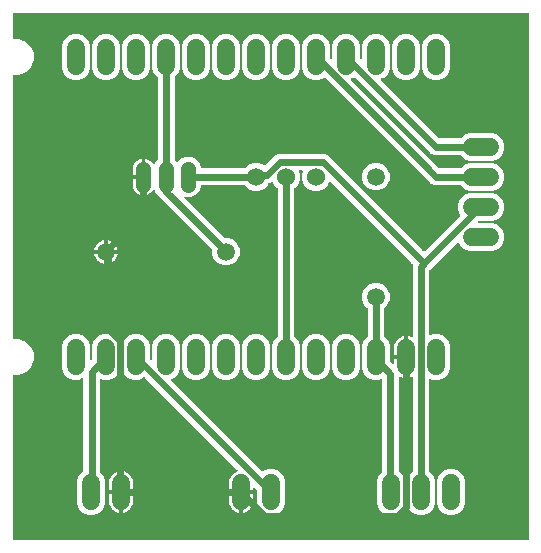
<source format=gbr>
G04 EAGLE Gerber RS-274X export*
G75*
%MOMM*%
%FSLAX34Y34*%
%LPD*%
%INBottom Copper*%
%IPPOS*%
%AMOC8*
5,1,8,0,0,1.08239X$1,22.5*%
G01*
%ADD10C,1.524000*%
%ADD11C,1.524000*%
%ADD12C,1.500000*%
%ADD13C,1.308000*%
%ADD14C,0.600000*%

G36*
X446098Y10164D02*
X446098Y10164D01*
X446117Y10162D01*
X446219Y10184D01*
X446321Y10200D01*
X446338Y10210D01*
X446358Y10214D01*
X446447Y10267D01*
X446538Y10316D01*
X446552Y10330D01*
X446569Y10340D01*
X446636Y10419D01*
X446708Y10494D01*
X446716Y10512D01*
X446729Y10527D01*
X446768Y10623D01*
X446811Y10717D01*
X446813Y10737D01*
X446821Y10755D01*
X446839Y10922D01*
X446839Y455678D01*
X446836Y455698D01*
X446838Y455717D01*
X446816Y455819D01*
X446800Y455921D01*
X446790Y455938D01*
X446786Y455958D01*
X446733Y456047D01*
X446684Y456138D01*
X446670Y456152D01*
X446660Y456169D01*
X446581Y456236D01*
X446506Y456308D01*
X446488Y456316D01*
X446473Y456329D01*
X446377Y456368D01*
X446283Y456411D01*
X446263Y456413D01*
X446245Y456421D01*
X446078Y456439D01*
X10922Y456439D01*
X10902Y456436D01*
X10883Y456438D01*
X10781Y456416D01*
X10679Y456400D01*
X10662Y456390D01*
X10642Y456386D01*
X10553Y456333D01*
X10462Y456284D01*
X10448Y456270D01*
X10431Y456260D01*
X10364Y456181D01*
X10292Y456106D01*
X10284Y456088D01*
X10271Y456073D01*
X10232Y455977D01*
X10189Y455883D01*
X10187Y455863D01*
X10179Y455845D01*
X10161Y455678D01*
X10161Y435022D01*
X10164Y435002D01*
X10162Y434983D01*
X10184Y434881D01*
X10200Y434779D01*
X10210Y434762D01*
X10214Y434742D01*
X10267Y434653D01*
X10316Y434562D01*
X10330Y434548D01*
X10340Y434531D01*
X10419Y434464D01*
X10494Y434392D01*
X10512Y434384D01*
X10527Y434371D01*
X10623Y434332D01*
X10717Y434289D01*
X10737Y434287D01*
X10755Y434279D01*
X10922Y434261D01*
X15716Y434261D01*
X21288Y431953D01*
X25553Y427688D01*
X27861Y422116D01*
X27861Y416084D01*
X25553Y410512D01*
X21288Y406247D01*
X15716Y403939D01*
X10922Y403939D01*
X10902Y403936D01*
X10883Y403938D01*
X10781Y403916D01*
X10679Y403900D01*
X10662Y403890D01*
X10642Y403886D01*
X10553Y403833D01*
X10462Y403784D01*
X10448Y403770D01*
X10431Y403760D01*
X10364Y403681D01*
X10292Y403606D01*
X10284Y403588D01*
X10271Y403573D01*
X10232Y403477D01*
X10189Y403383D01*
X10187Y403363D01*
X10179Y403345D01*
X10161Y403178D01*
X10161Y181022D01*
X10164Y181002D01*
X10162Y180983D01*
X10184Y180881D01*
X10200Y180779D01*
X10210Y180762D01*
X10214Y180742D01*
X10267Y180653D01*
X10316Y180562D01*
X10330Y180548D01*
X10340Y180531D01*
X10419Y180464D01*
X10494Y180392D01*
X10512Y180384D01*
X10527Y180371D01*
X10623Y180332D01*
X10717Y180289D01*
X10737Y180287D01*
X10755Y180279D01*
X10922Y180261D01*
X15716Y180261D01*
X21288Y177953D01*
X25553Y173688D01*
X27861Y168116D01*
X27861Y162084D01*
X25553Y156512D01*
X21288Y152247D01*
X15716Y149939D01*
X10922Y149939D01*
X10902Y149936D01*
X10883Y149938D01*
X10781Y149916D01*
X10679Y149900D01*
X10662Y149890D01*
X10642Y149886D01*
X10553Y149833D01*
X10462Y149784D01*
X10448Y149770D01*
X10431Y149760D01*
X10364Y149681D01*
X10292Y149606D01*
X10284Y149588D01*
X10271Y149573D01*
X10232Y149477D01*
X10189Y149383D01*
X10187Y149363D01*
X10179Y149345D01*
X10161Y149178D01*
X10161Y10922D01*
X10164Y10902D01*
X10162Y10883D01*
X10184Y10781D01*
X10200Y10679D01*
X10210Y10662D01*
X10214Y10642D01*
X10267Y10553D01*
X10316Y10462D01*
X10330Y10448D01*
X10340Y10431D01*
X10419Y10364D01*
X10494Y10292D01*
X10512Y10284D01*
X10527Y10271D01*
X10623Y10232D01*
X10717Y10189D01*
X10737Y10187D01*
X10755Y10179D01*
X10922Y10161D01*
X446078Y10161D01*
X446098Y10164D01*
G37*
%LPC*%
G36*
X353276Y31495D02*
X353276Y31495D01*
X348981Y33274D01*
X345694Y36561D01*
X343915Y40856D01*
X343915Y60744D01*
X345694Y65039D01*
X348312Y67657D01*
X348365Y67731D01*
X348425Y67800D01*
X348437Y67831D01*
X348456Y67857D01*
X348483Y67944D01*
X348517Y68029D01*
X348521Y68070D01*
X348528Y68092D01*
X348527Y68124D01*
X348535Y68195D01*
X348535Y147705D01*
X348523Y147780D01*
X348520Y147856D01*
X348503Y147901D01*
X348496Y147948D01*
X348460Y148015D01*
X348433Y148086D01*
X348403Y148123D01*
X348380Y148166D01*
X348326Y148218D01*
X348278Y148276D01*
X348237Y148302D01*
X348202Y148335D01*
X348133Y148367D01*
X348069Y148407D01*
X348023Y148418D01*
X347979Y148439D01*
X347904Y148447D01*
X347830Y148465D01*
X347782Y148460D01*
X347735Y148466D01*
X347661Y148450D01*
X347585Y148443D01*
X347525Y148420D01*
X347494Y148413D01*
X347472Y148400D01*
X347428Y148384D01*
X346800Y148064D01*
X345279Y147569D01*
X344423Y147434D01*
X344423Y164338D01*
X344420Y164358D01*
X344422Y164377D01*
X344400Y164479D01*
X344383Y164581D01*
X344374Y164598D01*
X344370Y164618D01*
X344317Y164707D01*
X344268Y164798D01*
X344254Y164812D01*
X344244Y164829D01*
X344165Y164896D01*
X344090Y164967D01*
X344072Y164976D01*
X344057Y164989D01*
X343961Y165027D01*
X343867Y165071D01*
X343847Y165073D01*
X343829Y165081D01*
X343662Y165099D01*
X342899Y165099D01*
X342899Y165101D01*
X343662Y165101D01*
X343682Y165104D01*
X343701Y165102D01*
X343803Y165124D01*
X343905Y165141D01*
X343922Y165150D01*
X343942Y165154D01*
X344031Y165207D01*
X344122Y165256D01*
X344136Y165270D01*
X344153Y165280D01*
X344220Y165359D01*
X344291Y165434D01*
X344300Y165452D01*
X344313Y165467D01*
X344352Y165563D01*
X344395Y165657D01*
X344397Y165677D01*
X344405Y165695D01*
X344423Y165862D01*
X344423Y182766D01*
X345279Y182631D01*
X346800Y182136D01*
X347428Y181816D01*
X347500Y181793D01*
X347569Y181761D01*
X347617Y181756D01*
X347663Y181742D01*
X347738Y181743D01*
X347813Y181734D01*
X347861Y181745D01*
X347909Y181745D01*
X347980Y181771D01*
X348054Y181787D01*
X348095Y181811D01*
X348141Y181827D01*
X348200Y181874D01*
X348265Y181913D01*
X348296Y181949D01*
X348334Y181979D01*
X348376Y182042D01*
X348425Y182100D01*
X348443Y182144D01*
X348469Y182185D01*
X348489Y182258D01*
X348517Y182328D01*
X348524Y182393D01*
X348532Y182422D01*
X348530Y182448D01*
X348535Y182495D01*
X348535Y242959D01*
X348634Y243198D01*
X348661Y243311D01*
X348689Y243425D01*
X348689Y243432D01*
X348690Y243438D01*
X348679Y243554D01*
X348670Y243670D01*
X348668Y243676D01*
X348667Y243682D01*
X348619Y243790D01*
X348574Y243897D01*
X348569Y243903D01*
X348567Y243907D01*
X348554Y243921D01*
X348469Y244028D01*
X278879Y313618D01*
X278842Y313645D01*
X278811Y313679D01*
X278742Y313716D01*
X278679Y313762D01*
X278635Y313775D01*
X278595Y313797D01*
X278518Y313811D01*
X278444Y313834D01*
X278398Y313833D01*
X278353Y313841D01*
X278276Y313830D01*
X278198Y313828D01*
X278155Y313812D01*
X278110Y313805D01*
X278040Y313770D01*
X277967Y313743D01*
X277931Y313715D01*
X277890Y313694D01*
X277836Y313638D01*
X277775Y313590D01*
X277750Y313551D01*
X277718Y313518D01*
X277652Y313398D01*
X277642Y313383D01*
X277641Y313378D01*
X277637Y313371D01*
X276606Y310881D01*
X273319Y307594D01*
X269024Y305815D01*
X264376Y305815D01*
X260081Y307594D01*
X256794Y310881D01*
X255015Y315176D01*
X255015Y319824D01*
X255846Y321829D01*
X255856Y321873D01*
X255875Y321915D01*
X255884Y321992D01*
X255902Y322068D01*
X255897Y322114D01*
X255902Y322159D01*
X255886Y322236D01*
X255879Y322313D01*
X255860Y322355D01*
X255850Y322400D01*
X255810Y322467D01*
X255779Y322538D01*
X255748Y322572D01*
X255724Y322611D01*
X255665Y322662D01*
X255612Y322719D01*
X255572Y322741D01*
X255537Y322771D01*
X255465Y322800D01*
X255397Y322837D01*
X255352Y322846D01*
X255309Y322863D01*
X255173Y322878D01*
X255155Y322881D01*
X255150Y322880D01*
X255142Y322881D01*
X252858Y322881D01*
X252812Y322874D01*
X252767Y322876D01*
X252692Y322854D01*
X252615Y322842D01*
X252574Y322820D01*
X252530Y322807D01*
X252466Y322763D01*
X252398Y322726D01*
X252366Y322693D01*
X252328Y322667D01*
X252282Y322605D01*
X252228Y322548D01*
X252209Y322506D01*
X252182Y322470D01*
X252157Y322396D01*
X252125Y322325D01*
X252120Y322279D01*
X252105Y322236D01*
X252106Y322158D01*
X252098Y322081D01*
X252107Y322036D01*
X252108Y321990D01*
X252146Y321858D01*
X252150Y321840D01*
X252152Y321836D01*
X252154Y321829D01*
X252985Y319824D01*
X252985Y315176D01*
X251206Y310881D01*
X248588Y308263D01*
X248535Y308189D01*
X248475Y308120D01*
X248463Y308090D01*
X248444Y308063D01*
X248417Y307976D01*
X248383Y307891D01*
X248379Y307851D01*
X248372Y307828D01*
X248373Y307796D01*
X248365Y307725D01*
X248365Y182495D01*
X248379Y182405D01*
X248387Y182314D01*
X248399Y182285D01*
X248404Y182253D01*
X248447Y182172D01*
X248483Y182088D01*
X248509Y182056D01*
X248520Y182035D01*
X248543Y182013D01*
X248588Y181957D01*
X251206Y179339D01*
X252985Y175044D01*
X252985Y155156D01*
X251206Y150861D01*
X247919Y147574D01*
X243624Y145795D01*
X238976Y145795D01*
X234681Y147574D01*
X231394Y150861D01*
X229615Y155156D01*
X229615Y175044D01*
X231394Y179339D01*
X234012Y181957D01*
X234065Y182031D01*
X234125Y182100D01*
X234137Y182131D01*
X234156Y182157D01*
X234183Y182244D01*
X234217Y182329D01*
X234221Y182370D01*
X234228Y182392D01*
X234227Y182424D01*
X234235Y182495D01*
X234235Y307725D01*
X234221Y307815D01*
X234213Y307906D01*
X234201Y307936D01*
X234196Y307967D01*
X234153Y308048D01*
X234117Y308132D01*
X234091Y308164D01*
X234080Y308185D01*
X234057Y308207D01*
X234012Y308263D01*
X231394Y310881D01*
X230512Y313012D01*
X230487Y313051D01*
X230472Y313094D01*
X230423Y313155D01*
X230382Y313221D01*
X230347Y313250D01*
X230318Y313286D01*
X230253Y313328D01*
X230192Y313378D01*
X230150Y313394D01*
X230111Y313419D01*
X230035Y313438D01*
X229963Y313466D01*
X229917Y313468D01*
X229872Y313479D01*
X229795Y313473D01*
X229717Y313476D01*
X229673Y313464D01*
X229627Y313460D01*
X229556Y313430D01*
X229481Y313408D01*
X229443Y313382D01*
X229401Y313364D01*
X229315Y313295D01*
X226577Y312161D01*
X226500Y312113D01*
X226418Y312072D01*
X226396Y312049D01*
X226368Y312031D01*
X226310Y311961D01*
X226246Y311896D01*
X226226Y311860D01*
X226211Y311842D01*
X226200Y311812D01*
X226165Y311749D01*
X225806Y310881D01*
X222519Y307594D01*
X218224Y305815D01*
X213576Y305815D01*
X209281Y307594D01*
X206409Y310466D01*
X206335Y310519D01*
X206266Y310579D01*
X206236Y310591D01*
X206209Y310610D01*
X206122Y310637D01*
X206037Y310671D01*
X205997Y310675D01*
X205974Y310682D01*
X205942Y310681D01*
X205871Y310689D01*
X170116Y310689D01*
X170096Y310686D01*
X170077Y310688D01*
X169975Y310666D01*
X169873Y310650D01*
X169856Y310640D01*
X169836Y310636D01*
X169747Y310583D01*
X169656Y310534D01*
X169642Y310520D01*
X169625Y310510D01*
X169558Y310431D01*
X169486Y310356D01*
X169478Y310338D01*
X169465Y310323D01*
X169426Y310227D01*
X169383Y310133D01*
X169381Y310113D01*
X169373Y310095D01*
X169355Y309928D01*
X169355Y308851D01*
X167740Y304953D01*
X164757Y301970D01*
X160859Y300355D01*
X156641Y300355D01*
X156334Y300482D01*
X156239Y300505D01*
X156146Y300533D01*
X156120Y300532D01*
X156094Y300538D01*
X155998Y300529D01*
X155900Y300527D01*
X155876Y300518D01*
X155850Y300515D01*
X155761Y300476D01*
X155669Y300442D01*
X155649Y300426D01*
X155625Y300415D01*
X155553Y300350D01*
X155477Y300289D01*
X155463Y300267D01*
X155444Y300249D01*
X155397Y300164D01*
X155344Y300082D01*
X155338Y300056D01*
X155325Y300033D01*
X155308Y299937D01*
X155284Y299843D01*
X155286Y299817D01*
X155281Y299791D01*
X155296Y299695D01*
X155303Y299598D01*
X155313Y299574D01*
X155317Y299548D01*
X155361Y299461D01*
X155400Y299372D01*
X155420Y299346D01*
X155429Y299329D01*
X155452Y299306D01*
X155504Y299241D01*
X188957Y265788D01*
X189031Y265735D01*
X189101Y265675D01*
X189131Y265663D01*
X189157Y265644D01*
X189244Y265617D01*
X189329Y265583D01*
X189370Y265579D01*
X189392Y265572D01*
X189424Y265573D01*
X189496Y265565D01*
X192800Y265565D01*
X197051Y263804D01*
X200304Y260551D01*
X202065Y256300D01*
X202065Y251700D01*
X200304Y247449D01*
X197051Y244196D01*
X192800Y242435D01*
X188200Y242435D01*
X183949Y244196D01*
X180696Y247449D01*
X178935Y251700D01*
X178935Y255512D01*
X178921Y255602D01*
X178913Y255693D01*
X178901Y255723D01*
X178896Y255755D01*
X178853Y255836D01*
X178817Y255920D01*
X178791Y255952D01*
X178780Y255973D01*
X178757Y255995D01*
X178712Y256051D01*
X133965Y300798D01*
X133387Y302194D01*
X133352Y302250D01*
X133326Y302310D01*
X133275Y302375D01*
X133257Y302403D01*
X133242Y302416D01*
X133222Y302441D01*
X130710Y304953D01*
X130048Y306549D01*
X129985Y306652D01*
X129923Y306754D01*
X129921Y306756D01*
X129919Y306759D01*
X129825Y306836D01*
X129735Y306912D01*
X129732Y306913D01*
X129729Y306915D01*
X129617Y306959D01*
X129506Y307002D01*
X129503Y307002D01*
X129500Y307004D01*
X129380Y307009D01*
X129260Y307015D01*
X129257Y307014D01*
X129254Y307014D01*
X129140Y306981D01*
X129023Y306948D01*
X129021Y306946D01*
X129018Y306945D01*
X128920Y306877D01*
X128820Y306809D01*
X128818Y306807D01*
X128816Y306805D01*
X128809Y306796D01*
X128712Y306681D01*
X127703Y305171D01*
X126439Y303907D01*
X124951Y302913D01*
X123299Y302228D01*
X122173Y302004D01*
X122173Y316738D01*
X122170Y316758D01*
X122172Y316777D01*
X122150Y316879D01*
X122133Y316981D01*
X122124Y316998D01*
X122120Y317018D01*
X122067Y317107D01*
X122018Y317198D01*
X122004Y317212D01*
X121994Y317229D01*
X121915Y317296D01*
X121840Y317367D01*
X121822Y317376D01*
X121807Y317389D01*
X121711Y317427D01*
X121617Y317471D01*
X121597Y317473D01*
X121579Y317481D01*
X121412Y317499D01*
X120649Y317499D01*
X120649Y317501D01*
X121412Y317501D01*
X121432Y317504D01*
X121451Y317502D01*
X121553Y317524D01*
X121655Y317541D01*
X121672Y317550D01*
X121692Y317554D01*
X121781Y317607D01*
X121872Y317656D01*
X121886Y317670D01*
X121903Y317680D01*
X121970Y317759D01*
X122041Y317834D01*
X122050Y317852D01*
X122063Y317867D01*
X122102Y317963D01*
X122145Y318057D01*
X122147Y318077D01*
X122155Y318095D01*
X122173Y318262D01*
X122173Y332996D01*
X123299Y332772D01*
X124951Y332087D01*
X126439Y331093D01*
X127703Y329829D01*
X128712Y328319D01*
X128795Y328230D01*
X128875Y328143D01*
X128878Y328141D01*
X128880Y328139D01*
X128986Y328082D01*
X129091Y328024D01*
X129094Y328024D01*
X129097Y328022D01*
X129213Y328002D01*
X129333Y327981D01*
X129336Y327981D01*
X129339Y327981D01*
X129456Y327999D01*
X129576Y328016D01*
X129579Y328018D01*
X129582Y328018D01*
X129688Y328073D01*
X129795Y328128D01*
X129798Y328130D01*
X129800Y328132D01*
X129882Y328217D01*
X129968Y328304D01*
X129969Y328307D01*
X129971Y328309D01*
X129976Y328318D01*
X130048Y328451D01*
X130710Y330047D01*
X132666Y332004D01*
X132719Y332078D01*
X132779Y332147D01*
X132791Y332177D01*
X132810Y332203D01*
X132837Y332290D01*
X132871Y332375D01*
X132875Y332416D01*
X132882Y332438D01*
X132881Y332471D01*
X132889Y332542D01*
X132889Y401451D01*
X132887Y401467D01*
X132888Y401483D01*
X132874Y401549D01*
X132867Y401632D01*
X132855Y401661D01*
X132850Y401693D01*
X132837Y401716D01*
X132836Y401723D01*
X132817Y401754D01*
X132807Y401774D01*
X132771Y401858D01*
X132745Y401890D01*
X132734Y401911D01*
X132711Y401933D01*
X132666Y401989D01*
X129794Y404861D01*
X128015Y409156D01*
X128015Y429044D01*
X129794Y433339D01*
X133081Y436626D01*
X137376Y438405D01*
X142024Y438405D01*
X146319Y436626D01*
X149606Y433339D01*
X151385Y429044D01*
X151385Y409156D01*
X149606Y404861D01*
X147242Y402497D01*
X147189Y402423D01*
X147129Y402354D01*
X147117Y402323D01*
X147098Y402297D01*
X147071Y402210D01*
X147037Y402125D01*
X147033Y402084D01*
X147026Y402062D01*
X147027Y402030D01*
X147019Y401959D01*
X147019Y332034D01*
X147033Y331944D01*
X147041Y331853D01*
X147053Y331823D01*
X147058Y331791D01*
X147101Y331711D01*
X147137Y331627D01*
X147163Y331594D01*
X147174Y331574D01*
X147197Y331552D01*
X147242Y331496D01*
X148687Y330051D01*
X148703Y330039D01*
X148715Y330023D01*
X148803Y329967D01*
X148886Y329907D01*
X148905Y329901D01*
X148922Y329890D01*
X149023Y329865D01*
X149122Y329835D01*
X149141Y329835D01*
X149161Y329830D01*
X149264Y329838D01*
X149367Y329841D01*
X149386Y329848D01*
X149406Y329850D01*
X149501Y329890D01*
X149598Y329926D01*
X149614Y329938D01*
X149632Y329946D01*
X149763Y330051D01*
X152743Y333030D01*
X156641Y334645D01*
X160859Y334645D01*
X164757Y333030D01*
X167740Y330047D01*
X169355Y326149D01*
X169355Y325580D01*
X169358Y325560D01*
X169356Y325541D01*
X169378Y325439D01*
X169394Y325337D01*
X169404Y325320D01*
X169408Y325300D01*
X169461Y325211D01*
X169510Y325120D01*
X169524Y325106D01*
X169534Y325089D01*
X169613Y325022D01*
X169688Y324950D01*
X169706Y324942D01*
X169721Y324929D01*
X169817Y324890D01*
X169911Y324847D01*
X169931Y324845D01*
X169949Y324837D01*
X170116Y324819D01*
X206379Y324819D01*
X206469Y324833D01*
X206560Y324841D01*
X206590Y324853D01*
X206621Y324858D01*
X206702Y324901D01*
X206786Y324937D01*
X206818Y324963D01*
X206839Y324974D01*
X206861Y324997D01*
X206917Y325042D01*
X209281Y327406D01*
X213576Y329185D01*
X218224Y329185D01*
X222593Y327375D01*
X222638Y327343D01*
X222657Y327337D01*
X222674Y327326D01*
X222774Y327301D01*
X222873Y327270D01*
X222893Y327271D01*
X222913Y327266D01*
X223015Y327274D01*
X223119Y327277D01*
X223138Y327283D01*
X223158Y327285D01*
X223253Y327325D01*
X223350Y327361D01*
X223366Y327373D01*
X223384Y327381D01*
X223515Y327486D01*
X229870Y333841D01*
X231964Y335935D01*
X234561Y337011D01*
X273947Y337011D01*
X276544Y335935D01*
X357729Y254750D01*
X357745Y254739D01*
X357757Y254723D01*
X357845Y254667D01*
X357928Y254607D01*
X357947Y254601D01*
X357964Y254590D01*
X358065Y254565D01*
X358164Y254534D01*
X358183Y254535D01*
X358203Y254530D01*
X358306Y254538D01*
X358409Y254541D01*
X358428Y254548D01*
X358448Y254549D01*
X358543Y254590D01*
X358640Y254625D01*
X358656Y254638D01*
X358674Y254646D01*
X358805Y254750D01*
X388708Y284653D01*
X388776Y284747D01*
X388846Y284842D01*
X388848Y284848D01*
X388852Y284853D01*
X388886Y284964D01*
X388922Y285076D01*
X388922Y285082D01*
X388924Y285088D01*
X388921Y285205D01*
X388920Y285322D01*
X388918Y285329D01*
X388918Y285334D01*
X388911Y285352D01*
X388873Y285483D01*
X387095Y289776D01*
X387095Y294424D01*
X388874Y298719D01*
X392161Y302006D01*
X396456Y303785D01*
X416344Y303785D01*
X420639Y302006D01*
X423926Y298719D01*
X425705Y294424D01*
X425705Y289776D01*
X423926Y285481D01*
X420639Y282194D01*
X416344Y280415D01*
X404768Y280415D01*
X404678Y280401D01*
X404587Y280393D01*
X404557Y280381D01*
X404525Y280376D01*
X404444Y280333D01*
X404360Y280297D01*
X404328Y280271D01*
X404308Y280260D01*
X404298Y280250D01*
X404297Y280250D01*
X404283Y280235D01*
X404229Y280192D01*
X403721Y279684D01*
X403679Y279626D01*
X403630Y279574D01*
X403608Y279527D01*
X403578Y279485D01*
X403557Y279416D01*
X403526Y279351D01*
X403521Y279299D01*
X403505Y279249D01*
X403507Y279178D01*
X403499Y279107D01*
X403510Y279056D01*
X403512Y279004D01*
X403536Y278936D01*
X403552Y278866D01*
X403578Y278821D01*
X403596Y278773D01*
X403641Y278717D01*
X403678Y278655D01*
X403717Y278621D01*
X403750Y278581D01*
X403810Y278542D01*
X403865Y278495D01*
X403913Y278476D01*
X403957Y278448D01*
X404026Y278430D01*
X404093Y278403D01*
X404164Y278395D01*
X404195Y278387D01*
X404219Y278389D01*
X404260Y278385D01*
X416344Y278385D01*
X420639Y276606D01*
X423926Y273319D01*
X425705Y269024D01*
X425705Y264376D01*
X423926Y260081D01*
X420639Y256794D01*
X416344Y255015D01*
X396456Y255015D01*
X392161Y256794D01*
X388874Y260081D01*
X387917Y262392D01*
X387893Y262431D01*
X387877Y262474D01*
X387829Y262535D01*
X387788Y262601D01*
X387752Y262630D01*
X387724Y262666D01*
X387658Y262708D01*
X387598Y262757D01*
X387555Y262774D01*
X387517Y262799D01*
X387441Y262818D01*
X387368Y262846D01*
X387323Y262848D01*
X387278Y262859D01*
X387201Y262853D01*
X387123Y262856D01*
X387079Y262843D01*
X387033Y262840D01*
X386961Y262809D01*
X386886Y262787D01*
X386849Y262761D01*
X386807Y262743D01*
X386700Y262658D01*
X386684Y262647D01*
X386681Y262643D01*
X386676Y262639D01*
X362888Y238851D01*
X362835Y238777D01*
X362775Y238707D01*
X362763Y238677D01*
X362744Y238651D01*
X362717Y238564D01*
X362683Y238479D01*
X362679Y238438D01*
X362672Y238416D01*
X362673Y238384D01*
X362665Y238312D01*
X362665Y184173D01*
X362672Y184127D01*
X362670Y184081D01*
X362692Y184007D01*
X362704Y183930D01*
X362726Y183889D01*
X362739Y183845D01*
X362783Y183781D01*
X362820Y183712D01*
X362853Y183681D01*
X362879Y183643D01*
X362942Y183597D01*
X362998Y183543D01*
X363040Y183524D01*
X363076Y183496D01*
X363150Y183472D01*
X363221Y183439D01*
X363267Y183434D01*
X363310Y183420D01*
X363388Y183421D01*
X363465Y183412D01*
X363510Y183422D01*
X363556Y183423D01*
X363688Y183461D01*
X363706Y183465D01*
X363710Y183467D01*
X363717Y183469D01*
X365976Y184405D01*
X370624Y184405D01*
X374919Y182626D01*
X378206Y179339D01*
X379985Y175044D01*
X379985Y155156D01*
X378206Y150861D01*
X374919Y147574D01*
X370624Y145795D01*
X365976Y145795D01*
X363717Y146731D01*
X363673Y146741D01*
X363631Y146761D01*
X363554Y146769D01*
X363478Y146787D01*
X363432Y146783D01*
X363387Y146788D01*
X363310Y146771D01*
X363233Y146764D01*
X363191Y146745D01*
X363146Y146735D01*
X363079Y146695D01*
X363008Y146664D01*
X362974Y146633D01*
X362935Y146609D01*
X362884Y146550D01*
X362827Y146497D01*
X362805Y146457D01*
X362775Y146422D01*
X362746Y146350D01*
X362709Y146282D01*
X362700Y146237D01*
X362683Y146194D01*
X362668Y146058D01*
X362665Y146040D01*
X362666Y146035D01*
X362665Y146027D01*
X362665Y68195D01*
X362679Y68105D01*
X362687Y68014D01*
X362699Y67985D01*
X362704Y67953D01*
X362747Y67872D01*
X362783Y67788D01*
X362809Y67756D01*
X362820Y67735D01*
X362843Y67713D01*
X362888Y67657D01*
X365506Y65039D01*
X367285Y60744D01*
X367285Y40856D01*
X365506Y36561D01*
X362219Y33274D01*
X357924Y31495D01*
X353276Y31495D01*
G37*
%LPD*%
%LPC*%
G36*
X396456Y305815D02*
X396456Y305815D01*
X392161Y307594D01*
X389289Y310466D01*
X389215Y310519D01*
X389146Y310579D01*
X389115Y310591D01*
X389089Y310610D01*
X389002Y310637D01*
X388917Y310671D01*
X388876Y310675D01*
X388854Y310682D01*
X388822Y310681D01*
X388751Y310689D01*
X367149Y310689D01*
X364552Y311765D01*
X274569Y401748D01*
X274553Y401759D01*
X274540Y401775D01*
X274453Y401831D01*
X274369Y401891D01*
X274350Y401897D01*
X274334Y401908D01*
X274233Y401933D01*
X274134Y401964D01*
X274114Y401963D01*
X274095Y401968D01*
X273992Y401960D01*
X273888Y401957D01*
X273870Y401950D01*
X273850Y401949D01*
X273755Y401909D01*
X273657Y401873D01*
X273642Y401860D01*
X273624Y401853D01*
X273493Y401748D01*
X273319Y401574D01*
X269024Y399795D01*
X264376Y399795D01*
X260081Y401574D01*
X256794Y404861D01*
X255015Y409156D01*
X255015Y429044D01*
X256794Y433339D01*
X260081Y436626D01*
X264376Y438405D01*
X269024Y438405D01*
X273319Y436626D01*
X276606Y433339D01*
X278385Y429044D01*
X278385Y418230D01*
X278399Y418140D01*
X278407Y418049D01*
X278419Y418019D01*
X278424Y417987D01*
X278467Y417906D01*
X278503Y417822D01*
X278529Y417790D01*
X278540Y417770D01*
X278563Y417747D01*
X278608Y417691D01*
X279116Y417183D01*
X279174Y417141D01*
X279226Y417092D01*
X279273Y417070D01*
X279315Y417040D01*
X279384Y417019D01*
X279449Y416988D01*
X279501Y416983D01*
X279551Y416967D01*
X279622Y416969D01*
X279693Y416961D01*
X279744Y416972D01*
X279796Y416974D01*
X279864Y416998D01*
X279934Y417014D01*
X279979Y417040D01*
X280027Y417058D01*
X280083Y417103D01*
X280145Y417140D01*
X280179Y417179D01*
X280219Y417212D01*
X280258Y417272D01*
X280305Y417327D01*
X280324Y417375D01*
X280352Y417419D01*
X280370Y417488D01*
X280397Y417555D01*
X280405Y417626D01*
X280413Y417657D01*
X280411Y417681D01*
X280415Y417722D01*
X280415Y429044D01*
X282194Y433339D01*
X285481Y436626D01*
X289776Y438405D01*
X294424Y438405D01*
X298719Y436626D01*
X302006Y433339D01*
X303785Y429044D01*
X303785Y417976D01*
X303799Y417886D01*
X303807Y417795D01*
X303819Y417765D01*
X303824Y417733D01*
X303867Y417652D01*
X303903Y417568D01*
X303929Y417536D01*
X303940Y417515D01*
X303963Y417493D01*
X304008Y417437D01*
X304516Y416929D01*
X304574Y416887D01*
X304626Y416838D01*
X304673Y416816D01*
X304715Y416786D01*
X304784Y416765D01*
X304849Y416734D01*
X304901Y416729D01*
X304951Y416713D01*
X305022Y416715D01*
X305093Y416707D01*
X305144Y416718D01*
X305196Y416720D01*
X305264Y416744D01*
X305334Y416760D01*
X305378Y416786D01*
X305427Y416804D01*
X305483Y416849D01*
X305545Y416886D01*
X305579Y416925D01*
X305619Y416958D01*
X305658Y417018D01*
X305705Y417073D01*
X305724Y417121D01*
X305752Y417165D01*
X305770Y417234D01*
X305797Y417301D01*
X305805Y417372D01*
X305813Y417403D01*
X305811Y417427D01*
X305815Y417468D01*
X305815Y429044D01*
X307594Y433339D01*
X310881Y436626D01*
X315176Y438405D01*
X319824Y438405D01*
X324119Y436626D01*
X327406Y433339D01*
X329185Y429044D01*
X329185Y409156D01*
X327406Y404861D01*
X324119Y401574D01*
X322168Y400766D01*
X322129Y400742D01*
X322086Y400726D01*
X322025Y400677D01*
X321959Y400636D01*
X321929Y400601D01*
X321893Y400572D01*
X321851Y400507D01*
X321802Y400447D01*
X321785Y400404D01*
X321760Y400365D01*
X321741Y400290D01*
X321714Y400217D01*
X321712Y400171D01*
X321700Y400127D01*
X321706Y400049D01*
X321703Y399971D01*
X321716Y399927D01*
X321720Y399882D01*
X321750Y399810D01*
X321772Y399735D01*
X321798Y399698D01*
X321816Y399655D01*
X321901Y399549D01*
X321912Y399533D01*
X321916Y399530D01*
X321921Y399524D01*
X371257Y350188D01*
X371331Y350135D01*
X371401Y350075D01*
X371431Y350063D01*
X371457Y350044D01*
X371544Y350017D01*
X371629Y349983D01*
X371670Y349979D01*
X371692Y349972D01*
X371724Y349973D01*
X371796Y349965D01*
X389005Y349965D01*
X389095Y349979D01*
X389186Y349987D01*
X389215Y349999D01*
X389247Y350004D01*
X389328Y350047D01*
X389412Y350083D01*
X389444Y350109D01*
X389465Y350120D01*
X389487Y350143D01*
X389543Y350188D01*
X392161Y352806D01*
X396456Y354585D01*
X416344Y354585D01*
X420639Y352806D01*
X423926Y349519D01*
X425705Y345224D01*
X425705Y340576D01*
X423926Y336281D01*
X420639Y332994D01*
X416344Y331215D01*
X396456Y331215D01*
X392161Y332994D01*
X389543Y335612D01*
X389469Y335665D01*
X389400Y335725D01*
X389369Y335737D01*
X389343Y335756D01*
X389256Y335783D01*
X389171Y335817D01*
X389130Y335821D01*
X389108Y335828D01*
X389076Y335827D01*
X389005Y335835D01*
X367149Y335835D01*
X364552Y336911D01*
X299842Y401621D01*
X299826Y401632D01*
X299813Y401648D01*
X299726Y401704D01*
X299642Y401764D01*
X299623Y401770D01*
X299607Y401781D01*
X299506Y401806D01*
X299407Y401837D01*
X299387Y401836D01*
X299368Y401841D01*
X299265Y401833D01*
X299161Y401830D01*
X299143Y401824D01*
X299123Y401822D01*
X299028Y401782D01*
X298930Y401746D01*
X298915Y401733D01*
X298896Y401726D01*
X298765Y401621D01*
X298719Y401574D01*
X296947Y400840D01*
X296908Y400816D01*
X296865Y400800D01*
X296804Y400752D01*
X296738Y400711D01*
X296709Y400675D01*
X296673Y400647D01*
X296631Y400581D01*
X296581Y400521D01*
X296565Y400478D01*
X296540Y400440D01*
X296521Y400364D01*
X296493Y400292D01*
X296491Y400246D01*
X296480Y400201D01*
X296486Y400124D01*
X296483Y400046D01*
X296496Y400002D01*
X296499Y399956D01*
X296530Y399885D01*
X296551Y399810D01*
X296578Y399772D01*
X296595Y399730D01*
X296681Y399623D01*
X296692Y399608D01*
X296696Y399605D01*
X296700Y399599D01*
X371257Y325042D01*
X371331Y324989D01*
X371401Y324929D01*
X371431Y324917D01*
X371457Y324898D01*
X371544Y324871D01*
X371629Y324837D01*
X371670Y324833D01*
X371692Y324826D01*
X371724Y324827D01*
X371796Y324819D01*
X389259Y324819D01*
X389349Y324833D01*
X389440Y324841D01*
X389469Y324853D01*
X389501Y324858D01*
X389582Y324901D01*
X389666Y324937D01*
X389698Y324963D01*
X389719Y324974D01*
X389741Y324997D01*
X389797Y325042D01*
X392161Y327406D01*
X396456Y329185D01*
X416344Y329185D01*
X420639Y327406D01*
X423926Y324119D01*
X425705Y319824D01*
X425705Y315176D01*
X423926Y310881D01*
X420639Y307594D01*
X416344Y305815D01*
X396456Y305815D01*
G37*
%LPD*%
%LPC*%
G36*
X226276Y31495D02*
X226276Y31495D01*
X221981Y33274D01*
X218694Y36561D01*
X216915Y40856D01*
X216915Y52178D01*
X216901Y52268D01*
X216893Y52359D01*
X216881Y52389D01*
X216876Y52421D01*
X216833Y52502D01*
X216797Y52586D01*
X216771Y52618D01*
X216760Y52638D01*
X216737Y52661D01*
X216692Y52717D01*
X214660Y54749D01*
X214602Y54791D01*
X214550Y54840D01*
X214503Y54862D01*
X214461Y54892D01*
X214392Y54913D01*
X214327Y54944D01*
X214275Y54949D01*
X214225Y54965D01*
X214154Y54963D01*
X214083Y54971D01*
X214032Y54960D01*
X213980Y54958D01*
X213912Y54934D01*
X213842Y54918D01*
X213797Y54892D01*
X213749Y54874D01*
X213693Y54829D01*
X213631Y54792D01*
X213597Y54753D01*
X213557Y54720D01*
X213518Y54660D01*
X213471Y54605D01*
X213452Y54557D01*
X213424Y54513D01*
X213406Y54444D01*
X213379Y54377D01*
X213371Y54306D01*
X213363Y54275D01*
X213365Y54251D01*
X213361Y54210D01*
X213361Y52323D01*
X203962Y52323D01*
X203942Y52320D01*
X203923Y52322D01*
X203821Y52300D01*
X203719Y52283D01*
X203702Y52274D01*
X203682Y52270D01*
X203593Y52217D01*
X203502Y52168D01*
X203488Y52154D01*
X203471Y52144D01*
X203404Y52065D01*
X203333Y51990D01*
X203324Y51972D01*
X203311Y51957D01*
X203273Y51861D01*
X203229Y51767D01*
X203227Y51747D01*
X203219Y51729D01*
X203201Y51562D01*
X203201Y50799D01*
X203199Y50799D01*
X203199Y51562D01*
X203196Y51582D01*
X203198Y51601D01*
X203176Y51703D01*
X203159Y51805D01*
X203150Y51822D01*
X203146Y51842D01*
X203093Y51931D01*
X203044Y52022D01*
X203030Y52036D01*
X203020Y52053D01*
X202941Y52120D01*
X202866Y52191D01*
X202848Y52200D01*
X202833Y52213D01*
X202737Y52252D01*
X202643Y52295D01*
X202623Y52297D01*
X202605Y52305D01*
X202438Y52323D01*
X193039Y52323D01*
X193039Y59220D01*
X193289Y60799D01*
X193784Y62320D01*
X194510Y63745D01*
X195450Y65039D01*
X196581Y66170D01*
X197875Y67110D01*
X199300Y67836D01*
X199834Y68010D01*
X199901Y68044D01*
X199972Y68070D01*
X200010Y68101D01*
X200052Y68123D01*
X200105Y68177D01*
X200164Y68224D01*
X200190Y68265D01*
X200224Y68299D01*
X200256Y68367D01*
X200297Y68431D01*
X200309Y68478D01*
X200330Y68521D01*
X200339Y68596D01*
X200357Y68670D01*
X200353Y68718D01*
X200359Y68765D01*
X200344Y68840D01*
X200338Y68915D01*
X200319Y68959D01*
X200309Y69006D01*
X200271Y69072D01*
X200242Y69141D01*
X200201Y69192D01*
X200185Y69219D01*
X200166Y69236D01*
X200137Y69272D01*
X121915Y147494D01*
X121899Y147506D01*
X121886Y147521D01*
X121799Y147577D01*
X121715Y147637D01*
X121696Y147643D01*
X121679Y147654D01*
X121579Y147679D01*
X121480Y147710D01*
X121460Y147709D01*
X121441Y147714D01*
X121338Y147706D01*
X121234Y147703D01*
X121215Y147696D01*
X121195Y147695D01*
X121101Y147654D01*
X121003Y147619D01*
X120988Y147606D01*
X120969Y147598D01*
X120960Y147591D01*
X116624Y145795D01*
X111976Y145795D01*
X107681Y147574D01*
X104394Y150861D01*
X102615Y155156D01*
X102615Y175044D01*
X104394Y179339D01*
X107681Y182626D01*
X111976Y184405D01*
X116624Y184405D01*
X120919Y182626D01*
X124206Y179339D01*
X125985Y175044D01*
X125985Y163722D01*
X125999Y163632D01*
X126007Y163541D01*
X126019Y163511D01*
X126024Y163479D01*
X126067Y163398D01*
X126103Y163314D01*
X126129Y163282D01*
X126140Y163262D01*
X126163Y163239D01*
X126208Y163183D01*
X126716Y162675D01*
X126774Y162633D01*
X126826Y162584D01*
X126873Y162562D01*
X126915Y162532D01*
X126984Y162511D01*
X127049Y162480D01*
X127101Y162475D01*
X127151Y162459D01*
X127222Y162461D01*
X127293Y162453D01*
X127344Y162464D01*
X127396Y162466D01*
X127464Y162490D01*
X127534Y162506D01*
X127579Y162532D01*
X127627Y162550D01*
X127683Y162595D01*
X127745Y162632D01*
X127779Y162671D01*
X127819Y162704D01*
X127858Y162764D01*
X127905Y162819D01*
X127924Y162867D01*
X127952Y162911D01*
X127970Y162980D01*
X127997Y163047D01*
X128005Y163118D01*
X128013Y163149D01*
X128011Y163173D01*
X128015Y163214D01*
X128015Y175044D01*
X129794Y179339D01*
X133081Y182626D01*
X137376Y184405D01*
X142024Y184405D01*
X146319Y182626D01*
X149606Y179339D01*
X151385Y175044D01*
X151385Y155156D01*
X149606Y150861D01*
X146319Y147574D01*
X144188Y146692D01*
X144149Y146667D01*
X144106Y146652D01*
X144045Y146603D01*
X143979Y146562D01*
X143950Y146527D01*
X143914Y146498D01*
X143872Y146432D01*
X143822Y146372D01*
X143806Y146330D01*
X143781Y146291D01*
X143762Y146215D01*
X143734Y146143D01*
X143732Y146097D01*
X143721Y146052D01*
X143727Y145975D01*
X143724Y145897D01*
X143736Y145853D01*
X143740Y145807D01*
X143770Y145736D01*
X143792Y145661D01*
X143818Y145623D01*
X143836Y145581D01*
X143922Y145474D01*
X143932Y145459D01*
X143936Y145456D01*
X143941Y145450D01*
X220985Y68406D01*
X221001Y68394D01*
X221014Y68379D01*
X221101Y68323D01*
X221185Y68263D01*
X221204Y68257D01*
X221221Y68246D01*
X221321Y68221D01*
X221420Y68190D01*
X221440Y68191D01*
X221459Y68186D01*
X221562Y68194D01*
X221666Y68197D01*
X221685Y68204D01*
X221705Y68205D01*
X221799Y68246D01*
X221897Y68281D01*
X221912Y68294D01*
X221931Y68302D01*
X221940Y68309D01*
X226276Y70105D01*
X230924Y70105D01*
X235219Y68326D01*
X238506Y65039D01*
X240285Y60744D01*
X240285Y40856D01*
X238506Y36561D01*
X235219Y33274D01*
X230924Y31495D01*
X226276Y31495D01*
G37*
%LPD*%
%LPC*%
G36*
X327876Y31495D02*
X327876Y31495D01*
X323581Y33274D01*
X320294Y36561D01*
X318515Y40856D01*
X318515Y60744D01*
X320294Y65039D01*
X322404Y67149D01*
X322457Y67223D01*
X322517Y67292D01*
X322529Y67323D01*
X322548Y67349D01*
X322575Y67436D01*
X322609Y67521D01*
X322613Y67562D01*
X322620Y67584D01*
X322619Y67616D01*
X322627Y67687D01*
X322627Y145817D01*
X322620Y145862D01*
X322622Y145908D01*
X322600Y145983D01*
X322588Y146060D01*
X322566Y146100D01*
X322553Y146144D01*
X322509Y146208D01*
X322472Y146277D01*
X322439Y146309D01*
X322413Y146346D01*
X322351Y146393D01*
X322294Y146447D01*
X322252Y146466D01*
X322216Y146493D01*
X322142Y146517D01*
X322071Y146550D01*
X322025Y146555D01*
X321982Y146569D01*
X321904Y146569D01*
X321827Y146577D01*
X321782Y146568D01*
X321736Y146567D01*
X321604Y146529D01*
X321586Y146525D01*
X321582Y146522D01*
X321575Y146520D01*
X319824Y145795D01*
X315176Y145795D01*
X310881Y147574D01*
X307594Y150861D01*
X305815Y155156D01*
X305815Y175044D01*
X307594Y179339D01*
X310212Y181957D01*
X310265Y182031D01*
X310325Y182100D01*
X310337Y182131D01*
X310356Y182157D01*
X310383Y182244D01*
X310417Y182329D01*
X310421Y182370D01*
X310428Y182392D01*
X310427Y182424D01*
X310435Y182495D01*
X310435Y206294D01*
X310421Y206385D01*
X310413Y206475D01*
X310401Y206505D01*
X310396Y206537D01*
X310353Y206618D01*
X310317Y206702D01*
X310291Y206734D01*
X310280Y206755D01*
X310257Y206777D01*
X310212Y206833D01*
X307696Y209349D01*
X305935Y213600D01*
X305935Y218200D01*
X307696Y222451D01*
X310949Y225704D01*
X315200Y227465D01*
X319800Y227465D01*
X324051Y225704D01*
X327304Y222451D01*
X329065Y218200D01*
X329065Y213600D01*
X327304Y209349D01*
X324788Y206833D01*
X324735Y206759D01*
X324675Y206689D01*
X324663Y206659D01*
X324644Y206633D01*
X324617Y206546D01*
X324583Y206461D01*
X324579Y206420D01*
X324572Y206398D01*
X324573Y206366D01*
X324565Y206294D01*
X324565Y182495D01*
X324579Y182405D01*
X324587Y182314D01*
X324599Y182285D01*
X324604Y182253D01*
X324647Y182172D01*
X324683Y182088D01*
X324709Y182056D01*
X324720Y182035D01*
X324743Y182013D01*
X324788Y181957D01*
X327406Y179339D01*
X329185Y175044D01*
X329185Y161690D01*
X329199Y161600D01*
X329207Y161509D01*
X329219Y161479D01*
X329224Y161447D01*
X329267Y161366D01*
X329303Y161282D01*
X329329Y161250D01*
X329340Y161230D01*
X329363Y161207D01*
X329408Y161151D01*
X331440Y159119D01*
X331498Y159077D01*
X331550Y159028D01*
X331597Y159006D01*
X331639Y158976D01*
X331708Y158955D01*
X331773Y158924D01*
X331825Y158919D01*
X331875Y158903D01*
X331946Y158905D01*
X332017Y158897D01*
X332068Y158908D01*
X332120Y158910D01*
X332188Y158934D01*
X332258Y158950D01*
X332303Y158976D01*
X332351Y158994D01*
X332407Y159039D01*
X332469Y159076D01*
X332503Y159115D01*
X332543Y159148D01*
X332582Y159208D01*
X332629Y159263D01*
X332648Y159311D01*
X332676Y159355D01*
X332694Y159424D01*
X332721Y159491D01*
X332729Y159562D01*
X332737Y159593D01*
X332735Y159617D01*
X332739Y159658D01*
X332739Y163577D01*
X341377Y163577D01*
X341377Y147434D01*
X340521Y147569D01*
X339000Y148064D01*
X337864Y148643D01*
X337792Y148666D01*
X337723Y148697D01*
X337675Y148703D01*
X337629Y148717D01*
X337554Y148716D01*
X337479Y148724D01*
X337431Y148714D01*
X337383Y148714D01*
X337312Y148688D01*
X337238Y148672D01*
X337197Y148648D01*
X337151Y148631D01*
X337092Y148585D01*
X337027Y148546D01*
X336996Y148509D01*
X336958Y148480D01*
X336916Y148417D01*
X336867Y148359D01*
X336849Y148314D01*
X336823Y148274D01*
X336804Y148201D01*
X336775Y148131D01*
X336768Y148066D01*
X336760Y148036D01*
X336762Y148011D01*
X336757Y147964D01*
X336757Y68703D01*
X336771Y68613D01*
X336779Y68522D01*
X336791Y68493D01*
X336796Y68461D01*
X336839Y68380D01*
X336875Y68296D01*
X336901Y68264D01*
X336912Y68243D01*
X336935Y68221D01*
X336980Y68165D01*
X340106Y65039D01*
X341885Y60744D01*
X341885Y40856D01*
X340106Y36561D01*
X336819Y33274D01*
X332524Y31495D01*
X327876Y31495D01*
G37*
%LPD*%
%LPC*%
G36*
X73876Y31495D02*
X73876Y31495D01*
X69581Y33274D01*
X66294Y36561D01*
X64515Y40856D01*
X64515Y60744D01*
X66294Y65039D01*
X69420Y68165D01*
X69473Y68239D01*
X69533Y68308D01*
X69545Y68339D01*
X69564Y68365D01*
X69591Y68452D01*
X69625Y68537D01*
X69629Y68578D01*
X69636Y68600D01*
X69635Y68632D01*
X69643Y68703D01*
X69643Y146238D01*
X69636Y146283D01*
X69638Y146329D01*
X69616Y146404D01*
X69604Y146481D01*
X69582Y146521D01*
X69569Y146565D01*
X69525Y146629D01*
X69488Y146698D01*
X69455Y146730D01*
X69429Y146767D01*
X69367Y146814D01*
X69310Y146867D01*
X69268Y146887D01*
X69232Y146914D01*
X69158Y146938D01*
X69087Y146971D01*
X69041Y146976D01*
X68998Y146990D01*
X68920Y146990D01*
X68843Y146998D01*
X68798Y146988D01*
X68752Y146988D01*
X68620Y146950D01*
X68602Y146946D01*
X68598Y146943D01*
X68591Y146941D01*
X65824Y145795D01*
X61176Y145795D01*
X56881Y147574D01*
X53594Y150861D01*
X51815Y155156D01*
X51815Y175044D01*
X53594Y179339D01*
X56881Y182626D01*
X61176Y184405D01*
X65824Y184405D01*
X70119Y182626D01*
X73406Y179339D01*
X75185Y175044D01*
X75185Y162706D01*
X75196Y162635D01*
X75198Y162563D01*
X75216Y162514D01*
X75224Y162463D01*
X75258Y162400D01*
X75283Y162332D01*
X75315Y162291D01*
X75340Y162245D01*
X75392Y162196D01*
X75436Y162140D01*
X75480Y162112D01*
X75518Y162076D01*
X75583Y162046D01*
X75643Y162007D01*
X75694Y161994D01*
X75741Y161972D01*
X75812Y161965D01*
X75882Y161947D01*
X75934Y161951D01*
X75985Y161945D01*
X76056Y161961D01*
X76127Y161966D01*
X76175Y161987D01*
X76226Y161998D01*
X76287Y162034D01*
X76353Y162062D01*
X76409Y162107D01*
X76437Y162124D01*
X76452Y162142D01*
X76484Y162167D01*
X76992Y162675D01*
X77041Y162743D01*
X77042Y162744D01*
X77042Y162745D01*
X77046Y162750D01*
X77105Y162819D01*
X77117Y162849D01*
X77136Y162875D01*
X77163Y162962D01*
X77197Y163047D01*
X77201Y163088D01*
X77208Y163110D01*
X77207Y163142D01*
X77215Y163214D01*
X77215Y175044D01*
X78994Y179339D01*
X82281Y182626D01*
X86576Y184405D01*
X91224Y184405D01*
X95519Y182626D01*
X98806Y179339D01*
X100585Y175044D01*
X100585Y155156D01*
X98806Y150861D01*
X95519Y147574D01*
X91224Y145795D01*
X86576Y145795D01*
X84825Y146520D01*
X84781Y146531D01*
X84739Y146550D01*
X84662Y146559D01*
X84586Y146577D01*
X84540Y146572D01*
X84495Y146577D01*
X84418Y146561D01*
X84341Y146553D01*
X84299Y146535D01*
X84254Y146525D01*
X84187Y146485D01*
X84116Y146453D01*
X84082Y146422D01*
X84043Y146399D01*
X83992Y146340D01*
X83935Y146287D01*
X83913Y146247D01*
X83883Y146212D01*
X83854Y146140D01*
X83817Y146072D01*
X83808Y146026D01*
X83791Y145984D01*
X83776Y145848D01*
X83773Y145829D01*
X83774Y145824D01*
X83773Y145817D01*
X83773Y67687D01*
X83787Y67597D01*
X83795Y67506D01*
X83807Y67477D01*
X83812Y67445D01*
X83855Y67364D01*
X83891Y67280D01*
X83917Y67248D01*
X83928Y67227D01*
X83951Y67205D01*
X83996Y67149D01*
X86106Y65039D01*
X87885Y60744D01*
X87885Y40856D01*
X86106Y36561D01*
X82819Y33274D01*
X78524Y31495D01*
X73876Y31495D01*
G37*
%LPD*%
%LPC*%
G36*
X61176Y399795D02*
X61176Y399795D01*
X56881Y401574D01*
X53594Y404861D01*
X51815Y409156D01*
X51815Y429044D01*
X53594Y433339D01*
X56881Y436626D01*
X61176Y438405D01*
X65824Y438405D01*
X70119Y436626D01*
X73406Y433339D01*
X75185Y429044D01*
X75185Y409156D01*
X73406Y404861D01*
X70119Y401574D01*
X65824Y399795D01*
X61176Y399795D01*
G37*
%LPD*%
%LPC*%
G36*
X213576Y399795D02*
X213576Y399795D01*
X209281Y401574D01*
X205994Y404861D01*
X204215Y409156D01*
X204215Y429044D01*
X205994Y433339D01*
X209281Y436626D01*
X213576Y438405D01*
X218224Y438405D01*
X222519Y436626D01*
X225806Y433339D01*
X227585Y429044D01*
X227585Y409156D01*
X225806Y404861D01*
X222519Y401574D01*
X218224Y399795D01*
X213576Y399795D01*
G37*
%LPD*%
%LPC*%
G36*
X162776Y399795D02*
X162776Y399795D01*
X158481Y401574D01*
X155194Y404861D01*
X153415Y409156D01*
X153415Y429044D01*
X155194Y433339D01*
X158481Y436626D01*
X162776Y438405D01*
X167424Y438405D01*
X171719Y436626D01*
X175006Y433339D01*
X176785Y429044D01*
X176785Y409156D01*
X175006Y404861D01*
X171719Y401574D01*
X167424Y399795D01*
X162776Y399795D01*
G37*
%LPD*%
%LPC*%
G36*
X188176Y399795D02*
X188176Y399795D01*
X183881Y401574D01*
X180594Y404861D01*
X178815Y409156D01*
X178815Y429044D01*
X180594Y433339D01*
X183881Y436626D01*
X188176Y438405D01*
X192824Y438405D01*
X197119Y436626D01*
X200406Y433339D01*
X202185Y429044D01*
X202185Y409156D01*
X200406Y404861D01*
X197119Y401574D01*
X192824Y399795D01*
X188176Y399795D01*
G37*
%LPD*%
%LPC*%
G36*
X238976Y399795D02*
X238976Y399795D01*
X234681Y401574D01*
X231394Y404861D01*
X229615Y409156D01*
X229615Y429044D01*
X231394Y433339D01*
X234681Y436626D01*
X238976Y438405D01*
X243624Y438405D01*
X247919Y436626D01*
X251206Y433339D01*
X252985Y429044D01*
X252985Y409156D01*
X251206Y404861D01*
X247919Y401574D01*
X243624Y399795D01*
X238976Y399795D01*
G37*
%LPD*%
%LPC*%
G36*
X111976Y399795D02*
X111976Y399795D01*
X107681Y401574D01*
X104394Y404861D01*
X102615Y409156D01*
X102615Y429044D01*
X104394Y433339D01*
X107681Y436626D01*
X111976Y438405D01*
X116624Y438405D01*
X120919Y436626D01*
X124206Y433339D01*
X125985Y429044D01*
X125985Y409156D01*
X124206Y404861D01*
X120919Y401574D01*
X116624Y399795D01*
X111976Y399795D01*
G37*
%LPD*%
%LPC*%
G36*
X340576Y399795D02*
X340576Y399795D01*
X336281Y401574D01*
X332994Y404861D01*
X331215Y409156D01*
X331215Y429044D01*
X332994Y433339D01*
X336281Y436626D01*
X340576Y438405D01*
X345224Y438405D01*
X349519Y436626D01*
X352806Y433339D01*
X354585Y429044D01*
X354585Y409156D01*
X352806Y404861D01*
X349519Y401574D01*
X345224Y399795D01*
X340576Y399795D01*
G37*
%LPD*%
%LPC*%
G36*
X365976Y399795D02*
X365976Y399795D01*
X361681Y401574D01*
X358394Y404861D01*
X356615Y409156D01*
X356615Y429044D01*
X358394Y433339D01*
X361681Y436626D01*
X365976Y438405D01*
X370624Y438405D01*
X374919Y436626D01*
X378206Y433339D01*
X379985Y429044D01*
X379985Y409156D01*
X378206Y404861D01*
X374919Y401574D01*
X370624Y399795D01*
X365976Y399795D01*
G37*
%LPD*%
%LPC*%
G36*
X86576Y399795D02*
X86576Y399795D01*
X82281Y401574D01*
X78994Y404861D01*
X77215Y409156D01*
X77215Y429044D01*
X78994Y433339D01*
X82281Y436626D01*
X86576Y438405D01*
X91224Y438405D01*
X95519Y436626D01*
X98806Y433339D01*
X100585Y429044D01*
X100585Y409156D01*
X98806Y404861D01*
X95519Y401574D01*
X91224Y399795D01*
X86576Y399795D01*
G37*
%LPD*%
%LPC*%
G36*
X188176Y145795D02*
X188176Y145795D01*
X183881Y147574D01*
X180594Y150861D01*
X178815Y155156D01*
X178815Y175044D01*
X180594Y179339D01*
X183881Y182626D01*
X188176Y184405D01*
X192824Y184405D01*
X197119Y182626D01*
X200406Y179339D01*
X202185Y175044D01*
X202185Y155156D01*
X200406Y150861D01*
X197119Y147574D01*
X192824Y145795D01*
X188176Y145795D01*
G37*
%LPD*%
%LPC*%
G36*
X213576Y145795D02*
X213576Y145795D01*
X209281Y147574D01*
X205994Y150861D01*
X204215Y155156D01*
X204215Y175044D01*
X205994Y179339D01*
X209281Y182626D01*
X213576Y184405D01*
X218224Y184405D01*
X222519Y182626D01*
X225806Y179339D01*
X227585Y175044D01*
X227585Y155156D01*
X225806Y150861D01*
X222519Y147574D01*
X218224Y145795D01*
X213576Y145795D01*
G37*
%LPD*%
%LPC*%
G36*
X264376Y145795D02*
X264376Y145795D01*
X260081Y147574D01*
X256794Y150861D01*
X255015Y155156D01*
X255015Y175044D01*
X256794Y179339D01*
X260081Y182626D01*
X264376Y184405D01*
X269024Y184405D01*
X273319Y182626D01*
X276606Y179339D01*
X278385Y175044D01*
X278385Y155156D01*
X276606Y150861D01*
X273319Y147574D01*
X269024Y145795D01*
X264376Y145795D01*
G37*
%LPD*%
%LPC*%
G36*
X289776Y145795D02*
X289776Y145795D01*
X285481Y147574D01*
X282194Y150861D01*
X280415Y155156D01*
X280415Y175044D01*
X282194Y179339D01*
X285481Y182626D01*
X289776Y184405D01*
X294424Y184405D01*
X298719Y182626D01*
X302006Y179339D01*
X303785Y175044D01*
X303785Y155156D01*
X302006Y150861D01*
X298719Y147574D01*
X294424Y145795D01*
X289776Y145795D01*
G37*
%LPD*%
%LPC*%
G36*
X162776Y145795D02*
X162776Y145795D01*
X158481Y147574D01*
X155194Y150861D01*
X153415Y155156D01*
X153415Y175044D01*
X155194Y179339D01*
X158481Y182626D01*
X162776Y184405D01*
X167424Y184405D01*
X171719Y182626D01*
X175006Y179339D01*
X176785Y175044D01*
X176785Y155156D01*
X175006Y150861D01*
X171719Y147574D01*
X167424Y145795D01*
X162776Y145795D01*
G37*
%LPD*%
%LPC*%
G36*
X378676Y31495D02*
X378676Y31495D01*
X374381Y33274D01*
X371094Y36561D01*
X369315Y40856D01*
X369315Y60744D01*
X371094Y65039D01*
X374381Y68326D01*
X378676Y70105D01*
X383324Y70105D01*
X387619Y68326D01*
X390906Y65039D01*
X392685Y60744D01*
X392685Y40856D01*
X390906Y36561D01*
X387619Y33274D01*
X383324Y31495D01*
X378676Y31495D01*
G37*
%LPD*%
%LPC*%
G36*
X315200Y305935D02*
X315200Y305935D01*
X310949Y307696D01*
X307696Y310949D01*
X305935Y315200D01*
X305935Y319800D01*
X307696Y324051D01*
X310949Y327304D01*
X315200Y329065D01*
X319800Y329065D01*
X324051Y327304D01*
X327304Y324051D01*
X329065Y319800D01*
X329065Y315200D01*
X327304Y310949D01*
X324051Y307696D01*
X319800Y305935D01*
X315200Y305935D01*
G37*
%LPD*%
%LPC*%
G36*
X103123Y52323D02*
X103123Y52323D01*
X103123Y68466D01*
X103979Y68331D01*
X105500Y67836D01*
X106925Y67110D01*
X108219Y66170D01*
X109350Y65039D01*
X110290Y63745D01*
X111016Y62320D01*
X111511Y60799D01*
X111761Y59220D01*
X111761Y52323D01*
X103123Y52323D01*
G37*
%LPD*%
%LPC*%
G36*
X204723Y49277D02*
X204723Y49277D01*
X213361Y49277D01*
X213361Y42380D01*
X213111Y40801D01*
X212616Y39280D01*
X211890Y37855D01*
X210950Y36561D01*
X209819Y35430D01*
X208525Y34490D01*
X207100Y33764D01*
X205579Y33269D01*
X204723Y33134D01*
X204723Y49277D01*
G37*
%LPD*%
%LPC*%
G36*
X103123Y49277D02*
X103123Y49277D01*
X111761Y49277D01*
X111761Y42380D01*
X111511Y40801D01*
X111016Y39280D01*
X110290Y37855D01*
X109350Y36561D01*
X108219Y35430D01*
X106925Y34490D01*
X105500Y33764D01*
X103979Y33269D01*
X103123Y33134D01*
X103123Y49277D01*
G37*
%LPD*%
%LPC*%
G36*
X332739Y166623D02*
X332739Y166623D01*
X332739Y173520D01*
X332989Y175099D01*
X333484Y176620D01*
X334210Y178045D01*
X335150Y179339D01*
X336281Y180470D01*
X337575Y181410D01*
X339000Y182136D01*
X340521Y182631D01*
X341377Y182766D01*
X341377Y166623D01*
X332739Y166623D01*
G37*
%LPD*%
%LPC*%
G36*
X91439Y52323D02*
X91439Y52323D01*
X91439Y59220D01*
X91689Y60799D01*
X92184Y62320D01*
X92910Y63745D01*
X93850Y65039D01*
X94981Y66170D01*
X96275Y67110D01*
X97700Y67836D01*
X99221Y68331D01*
X100077Y68466D01*
X100077Y52323D01*
X91439Y52323D01*
G37*
%LPD*%
%LPC*%
G36*
X200821Y33269D02*
X200821Y33269D01*
X199300Y33764D01*
X197875Y34490D01*
X196581Y35430D01*
X195450Y36561D01*
X194510Y37855D01*
X193784Y39280D01*
X193289Y40801D01*
X193039Y42380D01*
X193039Y49277D01*
X201677Y49277D01*
X201677Y33134D01*
X200821Y33269D01*
G37*
%LPD*%
%LPC*%
G36*
X99221Y33269D02*
X99221Y33269D01*
X97700Y33764D01*
X96275Y34490D01*
X94981Y35430D01*
X93850Y36561D01*
X92910Y37855D01*
X92184Y39280D01*
X91689Y40801D01*
X91439Y42380D01*
X91439Y49277D01*
X100077Y49277D01*
X100077Y33134D01*
X99221Y33269D01*
G37*
%LPD*%
%LPC*%
G36*
X111569Y319023D02*
X111569Y319023D01*
X111569Y324934D01*
X111918Y326689D01*
X112603Y328341D01*
X113597Y329829D01*
X114861Y331093D01*
X116349Y332087D01*
X118001Y332772D01*
X119127Y332996D01*
X119127Y319023D01*
X111569Y319023D01*
G37*
%LPD*%
%LPC*%
G36*
X118001Y302228D02*
X118001Y302228D01*
X116349Y302913D01*
X114861Y303907D01*
X113597Y305171D01*
X112603Y306659D01*
X111918Y308311D01*
X111569Y310066D01*
X111569Y315977D01*
X119127Y315977D01*
X119127Y302004D01*
X118001Y302228D01*
G37*
%LPD*%
%LPC*%
G36*
X90423Y255523D02*
X90423Y255523D01*
X90423Y263925D01*
X91251Y263794D01*
X92754Y263305D01*
X94163Y262588D01*
X95441Y261659D01*
X96559Y260541D01*
X97488Y259263D01*
X98205Y257854D01*
X98694Y256351D01*
X98825Y255523D01*
X90423Y255523D01*
G37*
%LPD*%
%LPC*%
G36*
X90423Y252477D02*
X90423Y252477D01*
X98825Y252477D01*
X98694Y251649D01*
X98205Y250146D01*
X97488Y248737D01*
X96559Y247459D01*
X95441Y246341D01*
X94163Y245412D01*
X92754Y244695D01*
X91251Y244206D01*
X90423Y244075D01*
X90423Y252477D01*
G37*
%LPD*%
%LPC*%
G36*
X78975Y255523D02*
X78975Y255523D01*
X79106Y256351D01*
X79595Y257854D01*
X80312Y259263D01*
X81241Y260541D01*
X82359Y261659D01*
X83637Y262588D01*
X85046Y263305D01*
X86549Y263794D01*
X87377Y263925D01*
X87377Y255523D01*
X78975Y255523D01*
G37*
%LPD*%
%LPC*%
G36*
X86549Y244206D02*
X86549Y244206D01*
X85046Y244695D01*
X83637Y245412D01*
X82359Y246341D01*
X81241Y247459D01*
X80312Y248737D01*
X79595Y250146D01*
X79106Y251649D01*
X78975Y252477D01*
X87377Y252477D01*
X87377Y244075D01*
X86549Y244206D01*
G37*
%LPD*%
%LPC*%
G36*
X101599Y50799D02*
X101599Y50799D01*
X101599Y50801D01*
X101601Y50801D01*
X101601Y50799D01*
X101599Y50799D01*
G37*
%LPD*%
%LPC*%
G36*
X88899Y253999D02*
X88899Y253999D01*
X88899Y254001D01*
X88901Y254001D01*
X88901Y253999D01*
X88899Y253999D01*
G37*
%LPD*%
D10*
X266700Y317500D03*
X241300Y317500D03*
X215900Y317500D03*
D11*
X63500Y172720D02*
X63500Y157480D01*
X88900Y157480D02*
X88900Y172720D01*
X114300Y172720D02*
X114300Y157480D01*
X139700Y157480D02*
X139700Y172720D01*
X165100Y172720D02*
X165100Y157480D01*
X190500Y157480D02*
X190500Y172720D01*
X215900Y172720D02*
X215900Y157480D01*
X241300Y157480D02*
X241300Y172720D01*
X266700Y172720D02*
X266700Y157480D01*
X292100Y157480D02*
X292100Y172720D01*
X317500Y172720D02*
X317500Y157480D01*
X342900Y157480D02*
X342900Y172720D01*
X368300Y172720D02*
X368300Y157480D01*
X63500Y411480D02*
X63500Y426720D01*
X88900Y426720D02*
X88900Y411480D01*
X114300Y411480D02*
X114300Y426720D01*
X139700Y426720D02*
X139700Y411480D01*
X165100Y411480D02*
X165100Y426720D01*
X190500Y426720D02*
X190500Y411480D01*
X215900Y411480D02*
X215900Y426720D01*
X241300Y426720D02*
X241300Y411480D01*
X266700Y411480D02*
X266700Y426720D01*
X292100Y426720D02*
X292100Y411480D01*
X317500Y411480D02*
X317500Y426720D01*
X342900Y426720D02*
X342900Y411480D01*
X368300Y411480D02*
X368300Y426720D01*
D12*
X88900Y254000D03*
X190500Y254000D03*
D13*
X139700Y310960D02*
X139700Y324040D01*
X120650Y324040D02*
X120650Y310960D01*
X158750Y310960D02*
X158750Y324040D01*
D12*
X317500Y317500D03*
X317500Y215900D03*
D11*
X381000Y58420D02*
X381000Y43180D01*
X355600Y43180D02*
X355600Y58420D01*
X330200Y58420D02*
X330200Y43180D01*
X228600Y43180D02*
X228600Y58420D01*
X203200Y58420D02*
X203200Y43180D01*
X101600Y43180D02*
X101600Y58420D01*
X76200Y58420D02*
X76200Y43180D01*
X398780Y292100D02*
X414020Y292100D01*
X414020Y317500D02*
X398780Y317500D01*
X398780Y342900D02*
X414020Y342900D01*
X414020Y266700D02*
X398780Y266700D01*
D14*
X139954Y304800D02*
X139954Y316992D01*
X139954Y304800D02*
X190246Y254508D01*
X139954Y316992D02*
X139700Y317500D01*
X190246Y254508D02*
X190500Y254000D01*
X139954Y320040D02*
X139954Y419100D01*
X139700Y419100D01*
X139954Y320040D02*
X139700Y317500D01*
X368554Y342900D02*
X406400Y342900D01*
X368554Y342900D02*
X292354Y419100D01*
X292100Y419100D01*
X241300Y317500D02*
X241300Y165100D01*
X76708Y152400D02*
X76708Y51054D01*
X76708Y152400D02*
X88900Y164592D01*
X76708Y51054D02*
X76200Y50800D01*
X88900Y164592D02*
X88900Y165100D01*
X114300Y165100D02*
X228600Y50800D01*
X120142Y285750D02*
X120142Y316992D01*
X120142Y285750D02*
X88900Y254508D01*
X120142Y316992D02*
X120650Y317500D01*
X88900Y254508D02*
X88900Y254000D01*
X101854Y51054D02*
X203200Y51054D01*
X101854Y51054D02*
X101600Y50800D01*
X203200Y51054D02*
X203200Y50800D01*
X342646Y38100D02*
X342646Y164592D01*
X342646Y38100D02*
X335026Y30480D01*
X223012Y30480D01*
X204724Y48768D01*
X342646Y164592D02*
X342900Y165100D01*
X203200Y50800D02*
X204724Y48768D01*
X90424Y188976D02*
X90424Y251460D01*
X90424Y188976D02*
X101092Y178308D01*
X101092Y53340D01*
X90424Y251460D02*
X88900Y254000D01*
X101092Y53340D02*
X101600Y50800D01*
X317500Y165100D02*
X317500Y215900D01*
X329692Y150876D02*
X329692Y51054D01*
X329692Y150876D02*
X318262Y162306D01*
X329692Y51054D02*
X330200Y50800D01*
X318262Y162306D02*
X317500Y165100D01*
X215392Y317754D02*
X159004Y317754D01*
X158750Y317500D01*
X215392Y317754D02*
X215900Y317500D01*
X355600Y241554D02*
X355600Y50800D01*
X358267Y244221D02*
X405892Y291846D01*
X358267Y244221D02*
X355600Y241554D01*
X405892Y291846D02*
X406400Y292100D01*
X225298Y319278D02*
X218440Y319278D01*
X225298Y319278D02*
X235966Y329946D01*
X272542Y329946D01*
X358267Y244221D01*
X218440Y319278D02*
X215900Y317500D01*
X368554Y317754D02*
X405892Y317754D01*
X368554Y317754D02*
X267208Y419100D01*
X405892Y317754D02*
X406400Y317500D01*
X267208Y419100D02*
X266700Y419100D01*
M02*

</source>
